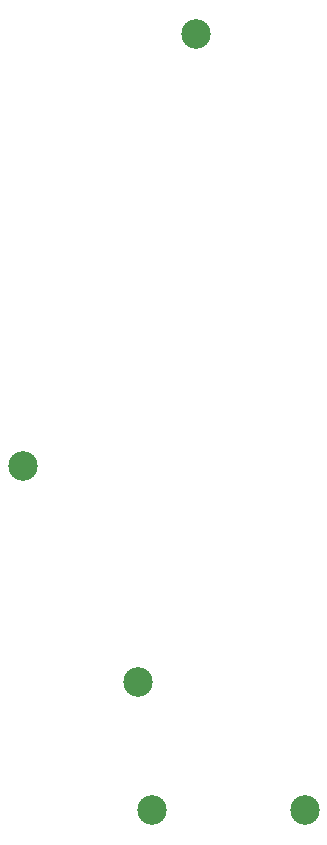
<source format=gbr>
G04 #@! TF.FileFunction,Paste,Bot*
%FSLAX46Y46*%
G04 Gerber Fmt 4.6, Leading zero omitted, Abs format (unit mm)*
G04 Created by KiCad (PCBNEW 4.0.6) date Monday, July 30, 2018 'PMt' 08:55:28 PM*
%MOMM*%
%LPD*%
G01*
G04 APERTURE LIST*
%ADD10C,0.100000*%
%ADD11C,2.500000*%
G04 APERTURE END LIST*
D10*
D11*
X148488400Y-103632000D03*
X172364400Y-132740400D03*
X163169600Y-67056000D03*
X159410400Y-132740400D03*
X158242000Y-121869200D03*
M02*

</source>
